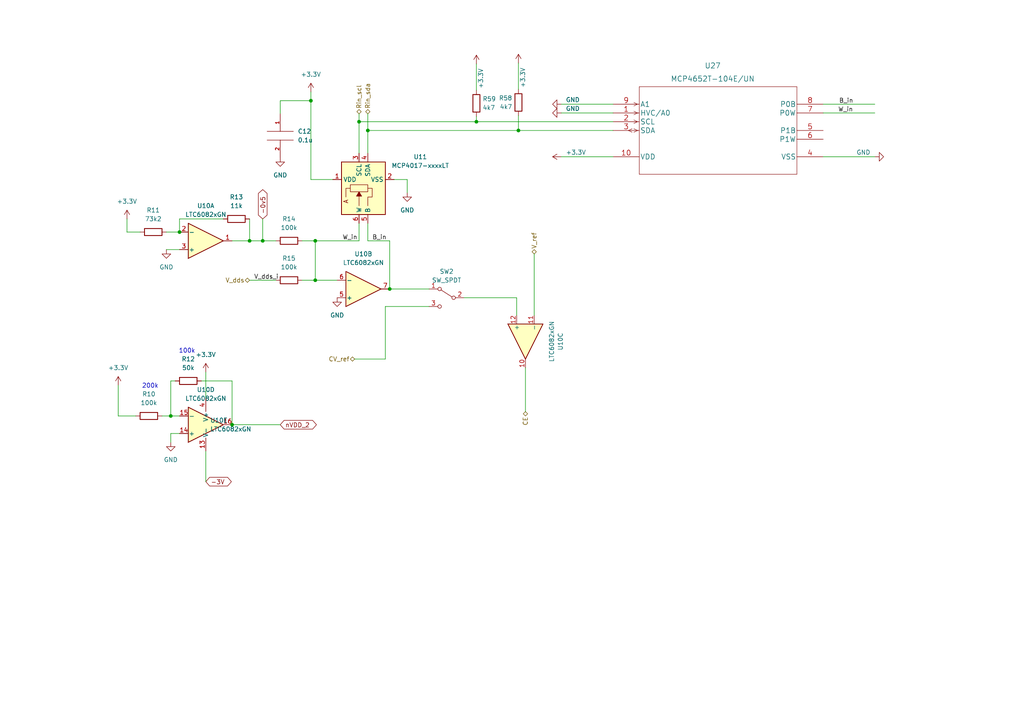
<source format=kicad_sch>
(kicad_sch (version 20211123) (generator eeschema)
  (paper "A4")
  (lib_symbols
    (symbol "Amplifier_Operational:LTC6082xGN" (pin_names (offset 0.127))
      (property "Reference" "U" (at 2.54 5.08 0))
      (property "Value" "LTC6082xGN" (at 5.08 -5.08 0))
      (symbol "LTC6082xGN_1_1"
        (polyline (pts (xy -5.08 5.08) (xy 5.08 0) (xy -5.08 -5.08) (xy -5.08 5.08)) (stroke (width 0.254)) (fill (type background)))
        (pin output line (at 7.62 0 180) (length 2.54) (name "~") (number "1"))
        (pin input line (at -7.62 -2.54 0) (length 2.54) (name "-") (number "2"))
        (pin input line (at -7.62 2.54 0) (length 2.54) (name "+") (number "3"))
        (pin no_connect line (at -2.54 -2.54 90) (length 2.54) hide (name "NC") (number "8"))
        (pin no_connect line (at 0 -2.54 90) (length 2.54) hide (name "NC") (number "9"))
      )
      (symbol "LTC6082xGN_2_1"
        (polyline (pts (xy -5.08 5.08) (xy 5.08 0) (xy -5.08 -5.08) (xy -5.08 5.08)) (stroke (width 0.254)) (fill (type background)))
        (pin input line (at -7.62 2.54 0) (length 2.54) (name "+") (number "5"))
        (pin input line (at -7.62 -2.54 0) (length 2.54) (name "-") (number "6"))
        (pin output line (at 7.62 0 180) (length 2.54) (name "~") (number "7"))
      )
      (symbol "LTC6082xGN_3_1"
        (polyline (pts (xy -5.08 5.08) (xy 5.08 0) (xy -5.08 -5.08) (xy -5.08 5.08)) (stroke (width 0.254)) (fill (type background)))
        (pin output line (at 7.62 0 180) (length 2.54) (name "~") (number "10"))
        (pin input line (at -7.62 -2.54 0) (length 2.54) (name "-") (number "11"))
        (pin input line (at -7.62 2.54 0) (length 2.54) (name "+") (number "12"))
      )
      (symbol "LTC6082xGN_4_1"
        (polyline (pts (xy -5.08 5.08) (xy 5.08 0) (xy -5.08 -5.08) (xy -5.08 5.08)) (stroke (width 0.254)) (fill (type background)))
        (pin input line (at -7.62 2.54 0) (length 2.54) (name "+") (number "14"))
        (pin input line (at -7.62 -2.54 0) (length 2.54) (name "-") (number "15"))
        (pin output line (at 7.62 0 180) (length 2.54) (name "~") (number "16"))
      )
      (symbol "LTC6082xGN_5_1"
        (pin power_in line (at -2.54 -7.62 90) (length 3.81) (name "V-") (number "13"))
        (pin power_in line (at -2.54 7.62 270) (length 3.81) (name "V+") (number "4"))
      )
    )
    (symbol "Device:R" (pin_numbers hide) (pin_names (offset 0))
      (property "Reference" "R" (at 2.032 0 90))
      (property "Value" "R" (at 0 0 90))
      (symbol "R_0_1"
        (rectangle (start -1.016 -2.54) (end 1.016 2.54) (stroke (width 0.254)))
      )
      (symbol "R_1_1"
        (pin passive line (at 0 3.81 270) (length 1.27) (name "~") (number "1"))
        (pin passive line (at 0 -3.81 90) (length 1.27) (name "~") (number "2"))
      )
    )
    (symbol "Potentiometer_Digital:MCP4017-xxxxLT"
      (property "Reference" "U" (at -7.62 8.89 0))
      (property "Value" "MCP4017-xxxxLT" (at 1.27 8.89 0))
      (symbol "MCP4017-xxxxLT_0_0"
        (polyline (pts (xy 0 5.08) (xy 0 6.35) (xy 2.54 6.35)))
        (polyline (pts (xy 5.08 0) (xy 2.54 0) (xy 2.54 -1.27) (xy 0 -1.27) (xy 0 0)))
        (text "A" (at 3.81 6.35 0) (effects (font (size 1.27 1.27))))
      )
      (symbol "MCP4017-xxxxLT_1_1"
        (rectangle (start -7.62 7.62) (end 7.62 -5.08) (stroke (width 0.254)) (fill (type background)))
        (polyline (pts (xy 5.08 2.54) (xy 2.286 2.54)))
        (polyline (pts (xy 2.286 1.778) (xy 2.286 3.302) (xy 1.016 2.54) (xy 2.286 1.778)) (fill (type outline)))
        (rectangle (start 1.016 0) (end -1.016 5.08))
        (pin power_in line (at -2.54 10.16 270) (length 2.54) (name "VDD") (number "1"))
        (pin power_in line (at -2.54 -7.62 90) (length 2.54) (name "VSS") (number "2"))
        (pin input line (at -10.16 2.54 0) (length 2.54) (name "SCL") (number "3"))
        (pin bidirectional line (at -10.16 0 0) (length 2.54) (name "SDA") (number "4"))
        (pin passive line (at 10.16 0 180) (length 2.54) (name "B") (number "5"))
        (pin passive line (at 10.16 2.54 180) (length 2.54) (name "W") (number "6"))
      )
    )
    (symbol "Switch:SW_SPDT" (pin_names (offset 0) hide)
      (property "Reference" "SW" (at 0 4.318 0))
      (property "Value" "SW_SPDT" (at 0 -5.08 0))
      (symbol "SW_SPDT_0_0"
        (circle (center -2.032 0) (radius 0.508))
        (circle (center 2.032 -2.54) (radius 0.508))
      )
      (symbol "SW_SPDT_0_1"
        (polyline (pts (xy -1.524 0.254) (xy 1.651 2.286)))
        (circle (center 2.032 2.54) (radius 0.508))
      )
      (symbol "SW_SPDT_1_1"
        (pin passive line (at 5.08 2.54 180) (length 2.54) (name "A") (number "1"))
        (pin passive line (at -5.08 0 0) (length 2.54) (name "B") (number "2"))
        (pin passive line (at 5.08 -2.54 180) (length 2.54) (name "C") (number "3"))
      )
    )
    (symbol "custom:MCP4652T-104E{slash}UN" (pin_names (offset 0.254))
      (property "Reference" "U" (at 30.48 10.16 0))
      (property "Value" "MCP4652T-104E{slash}UN" (at 30.48 7.62 0))
      (symbol "MCP4652T-104E{slash}UN_1_1"
        (polyline (pts (xy 5.5372 -8.128) (xy 4.4958 -7.62)) (stroke (width 0.127)))
        (polyline (pts (xy 5.5372 -7.112) (xy 4.4958 -7.62)) (stroke (width 0.127)))
        (polyline (pts (xy 7.112 -7.62) (xy 6.0452 -8.128)) (stroke (width 0.127)))
        (polyline (pts (xy 7.112 -7.62) (xy 6.0452 -7.112)) (stroke (width 0.127)))
        (polyline (pts (xy 7.112 -5.08) (xy 6.0452 -5.588)) (stroke (width 0.127)))
        (polyline (pts (xy 7.112 -5.08) (xy 6.0452 -4.572)) (stroke (width 0.127)))
        (polyline (pts (xy 7.112 -2.54) (xy 6.0452 -3.048)) (stroke (width 0.127)))
        (polyline (pts (xy 7.112 -2.54) (xy 6.0452 -2.032)) (stroke (width 0.127)))
        (polyline (pts (xy 7.112 0) (xy 6.0452 -0.508)) (stroke (width 0.127)))
        (polyline (pts (xy 7.112 0) (xy 6.0452 0.508)) (stroke (width 0.127)))
        (polyline (pts (xy 7.62 -20.32) (xy 53.34 -20.32)) (stroke (width 0.127)))
        (polyline (pts (xy 7.62 5.08) (xy 7.62 -20.32)) (stroke (width 0.127)))
        (polyline (pts (xy 53.34 -20.32) (xy 53.34 5.08)) (stroke (width 0.127)))
        (polyline (pts (xy 53.34 5.08) (xy 7.62 5.08)) (stroke (width 0.127)))
        (pin input line (at 0 -2.54 0) (length 7.62) (name "HVC/A0") (number "1"))
        (pin power_in line (at 0 -15.24 0) (length 7.62) (name "VDD") (number "10"))
        (pin input line (at 0 -5.08 0) (length 7.62) (name "SCL") (number "2"))
        (pin bidirectional line (at 0 -7.62 0) (length 7.62) (name "SDA") (number "3"))
        (pin power_in line (at 60.96 -15.24 180) (length 7.62) (name "VSS") (number "4"))
        (pin unspecified line (at 60.96 -7.62 180) (length 7.62) (name "P1B") (number "5"))
        (pin unspecified line (at 60.96 -10.16 180) (length 7.62) (name "P1W") (number "6"))
        (pin unspecified line (at 60.96 -2.54 180) (length 7.62) (name "P0W") (number "7"))
        (pin unspecified line (at 60.96 0 180) (length 7.62) (name "P0B") (number "8"))
        (pin input line (at 0 0 0) (length 7.62) (name "A1") (number "9"))
      )
    )
    (symbol "power:+3.3V" (power) (pin_names (offset 0))
      (property "Value" "+3.3V" (at 0 3.556 0))
      (symbol "+3.3V_0_1"
        (polyline (pts (xy -0.762 1.27) (xy 0 2.54)))
        (polyline (pts (xy 0 0) (xy 0 2.54)))
        (polyline (pts (xy 0 2.54) (xy 0.762 1.27)))
      )
      (symbol "+3.3V_1_1"
        (pin power_in line (at 0 0 90) (length 0) hide (name "+3.3V") (number "1"))
      )
    )
    (symbol "power:GND" (power) (pin_names (offset 0))
      (property "Value" "GND" (at 0 -3.81 0))
      (symbol "GND_0_1"
        (polyline (pts (xy 0 0) (xy 0 -1.27) (xy 1.27 -1.27) (xy 0 -2.54) (xy -1.27 -1.27) (xy 0 -1.27)))
      )
      (symbol "GND_1_1"
        (pin power_in line (at 0 0 270) (length 0) hide (name "GND") (number "1"))
      )
    )
    (symbol "pspice:C" (pin_names (offset 0.254))
      (property "Reference" "C" (at 2.54 3.81 90))
      (property "Value" "C" (at 2.54 -3.81 90))
      (symbol "C_0_1"
        (polyline (pts (xy -3.81 -1.27) (xy 3.81 -1.27)))
        (polyline (pts (xy -3.81 1.27) (xy 3.81 1.27)))
      )
      (symbol "C_1_1"
        (pin passive line (at 0 6.35 270) (length 5.08) (name "~") (number "1"))
        (pin passive line (at 0 -6.35 90) (length 5.08) (name "~") (number "2"))
      )
    )
  )
  (junction (at 106.68 37.846))
  (junction (at 72.39 69.85))
  (junction (at 90.17 29.21))
  (junction (at 76.2 69.85))
  (junction (at 138.176 35.306))
  (junction (at 49.53 120.65))
  (junction (at 52.07 67.31))
  (junction (at 113.03 83.82))
  (junction (at 91.44 81.28))
  (junction (at 150.368 37.846))
  (junction (at 67.31 123.19))
  (junction (at 104.14 35.306))
  (junction (at 91.44 69.85))
  (wire (pts (xy 104.14 35.306) (xy 138.176 35.306)))
  (wire (pts (xy 106.68 69.85) (xy 113.03 69.85)))
  (wire (pts (xy 150.368 33.528) (xy 150.368 37.846)))
  (wire (pts (xy 36.83 67.31) (xy 40.64 67.31)))
  (wire (pts (xy 72.39 81.28) (xy 80.01 81.28)))
  (wire (pts (xy 106.68 37.846) (xy 106.68 44.45)))
  (wire (pts (xy 134.62 86.36) (xy 149.86 86.36)))
  (wire (pts (xy 58.42 110.49) (xy 67.31 110.49)))
  (wire (pts (xy 49.53 125.73) (xy 52.07 125.73)))
  (wire (pts (xy 106.68 33.02) (xy 106.68 37.846)))
  (wire (pts (xy 97.79 81.28) (xy 91.44 81.28)))
  (wire (pts (xy 138.176 35.306) (xy 177.8 35.306)))
  (wire (pts (xy 138.176 18.542) (xy 138.176 26.162)))
  (wire (pts (xy 162.814 30.226) (xy 177.8 30.226)))
  (wire (pts (xy 104.14 33.02) (xy 104.14 35.306)))
  (wire (pts (xy 102.87 104.14) (xy 111.76 104.14)))
  (wire (pts (xy 238.76 45.466) (xy 253.746 45.466)))
  (wire (pts (xy 113.03 83.82) (xy 113.03 69.85)))
  (wire (pts (xy 76.2 63.5) (xy 76.2 69.85)))
  (wire (pts (xy 52.07 120.65) (xy 49.53 120.65)))
  (wire (pts (xy 111.76 88.9) (xy 124.46 88.9)))
  (wire (pts (xy 238.76 30.226) (xy 253.746 30.226)))
  (wire (pts (xy 162.814 45.466) (xy 177.8 45.466)))
  (wire (pts (xy 96.52 52.07) (xy 90.17 52.07)))
  (wire (pts (xy 91.44 69.85) (xy 104.14 69.85)))
  (wire (pts (xy 104.14 64.77) (xy 104.14 69.85)))
  (wire (pts (xy 49.53 128.27) (xy 49.53 125.73)))
  (wire (pts (xy 67.31 69.85) (xy 72.39 69.85)))
  (wire (pts (xy 113.03 83.82) (xy 124.46 83.82)))
  (wire (pts (xy 90.17 26.67) (xy 90.17 29.21)))
  (wire (pts (xy 149.86 86.36) (xy 149.86 91.44)))
  (wire (pts (xy 87.63 69.85) (xy 91.44 69.85)))
  (wire (pts (xy 36.83 63.5) (xy 36.83 67.31)))
  (wire (pts (xy 72.39 63.5) (xy 72.39 69.85)))
  (wire (pts (xy 34.29 111.76) (xy 34.29 120.65)))
  (wire (pts (xy 59.69 130.81) (xy 59.69 139.7)))
  (wire (pts (xy 39.37 120.65) (xy 34.29 120.65)))
  (wire (pts (xy 49.53 120.65) (xy 49.53 110.49)))
  (wire (pts (xy 48.26 72.39) (xy 52.07 72.39)))
  (wire (pts (xy 106.68 64.77) (xy 106.68 69.85)))
  (wire (pts (xy 114.3 52.07) (xy 118.11 52.07)))
  (wire (pts (xy 67.31 123.19) (xy 81.28 123.19)))
  (wire (pts (xy 72.39 69.85) (xy 76.2 69.85)))
  (wire (pts (xy 49.53 120.65) (xy 46.99 120.65)))
  (wire (pts (xy 104.14 35.306) (xy 104.14 44.45)))
  (wire (pts (xy 150.368 18.288) (xy 150.368 25.908)))
  (wire (pts (xy 150.368 37.846) (xy 177.8 37.846)))
  (wire (pts (xy 106.68 37.846) (xy 150.368 37.846)))
  (wire (pts (xy 76.2 69.85) (xy 80.01 69.85)))
  (wire (pts (xy 67.31 110.49) (xy 67.31 123.19)))
  (wire (pts (xy 48.26 67.31) (xy 52.07 67.31)))
  (wire (pts (xy 138.176 33.782) (xy 138.176 35.306)))
  (wire (pts (xy 64.77 63.5) (xy 52.07 63.5)))
  (wire (pts (xy 87.63 81.28) (xy 91.44 81.28)))
  (wire (pts (xy 162.814 32.766) (xy 177.8 32.766)))
  (wire (pts (xy 90.17 29.21) (xy 90.17 52.07)))
  (wire (pts (xy 154.94 73.66) (xy 154.94 91.44)))
  (wire (pts (xy 118.11 55.88) (xy 118.11 52.07)))
  (wire (pts (xy 81.28 33.02) (xy 81.28 29.21)))
  (wire (pts (xy 91.44 81.28) (xy 91.44 69.85)))
  (wire (pts (xy 49.53 110.49) (xy 50.8 110.49)))
  (wire (pts (xy 59.69 107.95) (xy 59.69 115.57)))
  (wire (pts (xy 111.76 88.9) (xy 111.76 104.14)))
  (wire (pts (xy 238.76 32.766) (xy 253.746 32.766)))
  (wire (pts (xy 52.07 63.5) (xy 52.07 67.31)))
  (wire (pts (xy 152.4 106.68) (xy 152.4 119.38)))
  (wire (pts (xy 81.28 29.21) (xy 90.17 29.21)))
  (text "100k" (at 51.816 102.616 0) (effects (font (size 1.27 1.27)) (justify left bottom)))
  (text "200k" (at 41.148 112.776 0) (effects (font (size 1.27 1.27)) (justify left bottom)))
  (label "B_in" (at 107.95 69.85 0))
  (label "V_dds_i" (at 73.66 81.28 0))
  (label "W_in" (at 243.078 32.766 0))
  (label "W_in" (at 99.314 69.85 0))
  (label "B_in" (at 243.332 30.226 0))
  (global_label "-3V" (shape bidirectional) (at 59.69 139.7 0) (property "Intersheet References" "${INTERSHEET_REFS}" (effects hide)))
  (global_label "nVDD_2" (shape bidirectional) (at 81.28 123.19 0) (property "Intersheet References" "${INTERSHEET_REFS}" (effects hide)))
  (global_label "-0v5" (shape bidirectional) (at 76.2 63.5 90) (property "Intersheet References" "${INTERSHEET_REFS}" (effects hide)))
  (hierarchical_label "CV_ref" (shape bidirectional) (at 102.87 104.14 180))
  (hierarchical_label "V_ref" (shape bidirectional) (at 154.94 73.66 90))
  (hierarchical_label "CE" (shape bidirectional) (at 152.4 119.38 270))
  (hierarchical_label "V_dds" (shape bidirectional) (at 72.39 81.28 180))
  (hierarchical_label "Rin_scl" (shape bidirectional) (at 104.14 33.02 90))
  (hierarchical_label "Rin_sda" (shape bidirectional) (at 106.68 33.02 90))
  (symbol (lib_id "Potentiometer_Digital:MCP4017-xxxxLT") (at 106.68 54.61 90) (mirror x) (unit 1)
    (property "Reference" "U11" (at 121.92 45.4912 90))
    (property "Value" "MCP4017-xxxxLT" (at 121.92 48.0312 90))
    (property "Footprint" "Package_TO_SOT_SMD:SOT-363_SC-70-6" (effects hide))
    (property "Datasheet" "http://ww1.microchip.com/downloads/en/DeviceDoc/22147a.pdf" (effects hide))
  )
  (symbol (lib_id "Amplifier_Operational:LTC6082xGN") (at 62.23 123.19 0) (unit 5)
    (property "Reference" "U10" (at 60.96 121.9199 0) (effects (justify left)))
    (property "Value" "LTC6082xGN" (at 60.96 124.4599 0) (effects (justify left)))
    (property "Footprint" "Package_SO:SSOP-16_3.9x4.9mm_P0.635mm" (effects hide))
    (property "Datasheet" "https://www.analog.com/media/en/technical-documentation/data-sheets/60812fd.pdf" (effects hide))
  )
  (symbol (lib_id "power:GND") (at 162.814 32.766 270) (unit 1)
    (property "Reference" "#PWR0197" (effects hide))
    (property "Value" "GND" (at 164.084 31.496 90) (effects (justify left)))
  )
  (symbol (lib_id "power:GND") (at 118.11 55.88 0) (unit 1)
    (property "Reference" "#PWR074" (effects hide))
    (property "Value" "GND" (at 118.11 60.96 0))
  )
  (symbol (lib_id "Amplifier_Operational:LTC6082xGN") (at 59.69 69.85 0) (mirror x) (unit 1)
    (property "Reference" "U10" (at 59.69 59.69 0))
    (property "Value" "LTC6082xGN" (at 59.69 62.23 0))
    (property "Footprint" "Package_SO:SSOP-16_3.9x4.9mm_P0.635mm" (effects hide))
    (property "Datasheet" "https://www.analog.com/media/en/technical-documentation/data-sheets/60812fd.pdf" (effects hide))
  )
  (symbol (lib_id "power:+3.3V") (at 59.69 107.95 0) (unit 1)
    (property "Reference" "#PWR0120" (effects hide))
    (property "Value" "+3.3V" (at 59.69 102.87 0))
  )
  (symbol (lib_id "power:+3.3V") (at 36.83 63.5 0) (unit 1)
    (property "Reference" "#PWR0114" (effects hide))
    (property "Value" "+3.3V" (at 36.83 58.42 0))
  )
  (symbol (lib_id "Device:R") (at 44.45 67.31 90) (unit 1)
    (property "Reference" "R11" (at 44.45 60.96 90))
    (property "Value" "73k2" (at 44.45 63.5 90))
    (property "Footprint" "Resistor_SMD:R_0805_2012Metric_Pad1.20x1.40mm_HandSolder" (effects hide))
  )
  (symbol (lib_id "power:GND") (at 48.26 72.39 0) (unit 1)
    (property "Reference" "#PWR068" (effects hide))
    (property "Value" "GND" (at 48.26 77.47 0))
  )
  (symbol (lib_id "Device:R") (at 83.82 69.85 90) (unit 1)
    (property "Reference" "R14" (at 83.82 63.5 90))
    (property "Value" "100k" (at 83.82 66.04 90))
    (property "Footprint" "Resistor_SMD:R_0805_2012Metric_Pad1.20x1.40mm_HandSolder" (effects hide))
  )
  (symbol (lib_id "power:GND") (at 162.814 30.226 270) (unit 1)
    (property "Reference" "#PWR0196" (effects hide))
    (property "Value" "GND" (at 164.084 28.956 90) (effects (justify left)))
  )
  (symbol (lib_id "power:GND") (at 81.28 45.72 0) (unit 1)
    (property "Reference" "#PWR071" (effects hide))
    (property "Value" "GND" (at 81.28 50.8 0))
  )
  (symbol (lib_id "Device:R") (at 83.82 81.28 90) (unit 1)
    (property "Reference" "R15" (at 83.82 74.93 90))
    (property "Value" "100k" (at 83.82 77.47 90))
    (property "Footprint" "Resistor_SMD:R_0805_2012Metric_Pad1.20x1.40mm_HandSolder" (effects hide))
  )
  (symbol (lib_id "power:GND") (at 253.746 45.466 90) (mirror x) (unit 1)
    (property "Reference" "#PWR0199" (effects hide))
    (property "Value" "GND" (at 252.476 44.196 90) (effects (justify left)))
  )
  (symbol (lib_id "pspice:C") (at 81.28 39.37 0) (unit 1)
    (property "Reference" "C12" (at 86.36 38.0999 0) (effects (justify left)))
    (property "Value" "0.1u" (at 86.36 40.6399 0) (effects (justify left)))
    (property "Footprint" "Capacitor_SMD:C_0805_2012Metric_Pad1.18x1.45mm_HandSolder" (effects hide))
  )
  (symbol (lib_id "Device:R") (at 68.58 63.5 90) (unit 1)
    (property "Reference" "R13" (at 68.58 57.15 90))
    (property "Value" "11k" (at 68.58 59.69 90))
    (property "Footprint" "Resistor_SMD:R_0805_2012Metric_Pad1.20x1.40mm_HandSolder" (effects hide))
  )
  (symbol (lib_id "power:+3.3V") (at 34.29 111.76 0) (unit 1)
    (property "Reference" "#PWR0126" (effects hide))
    (property "Value" "+3.3V" (at 34.29 106.68 0))
  )
  (symbol (lib_id "power:+3.3V") (at 90.17 26.67 0) (unit 1)
    (property "Reference" "#PWR0156" (effects hide))
    (property "Value" "+3.3V" (at 90.17 21.59 0))
  )
  (symbol (lib_id "Amplifier_Operational:LTC6082xGN") (at 152.4 99.06 90) (mirror x) (unit 3)
    (property "Reference" "U10" (at 162.56 99.06 0))
    (property "Value" "LTC6082xGN" (at 160.02 99.06 0))
    (property "Footprint" "Package_SO:SSOP-16_3.9x4.9mm_P0.635mm" (effects hide))
    (property "Datasheet" "https://www.analog.com/media/en/technical-documentation/data-sheets/60812fd.pdf" (effects hide))
  )
  (symbol (lib_id "custom:MCP4652T-104E{slash}UN") (at 177.8 30.226 0) (unit 1)
    (property "Reference" "U27" (at 206.7179 19.05 0) (effects (font (size 1.524 1.524))))
    (property "Value" "MCP4652T-104E/UN" (at 206.7179 22.86 0) (effects (font (size 1.524 1.524))))
    (property "Footprint" "custom:MCP4652T-104E&slash_UN" (effects hide))
  )
  (symbol (lib_id "power:GND") (at 49.53 128.27 0) (unit 1)
    (property "Reference" "#PWR069" (effects hide))
    (property "Value" "GND" (at 49.53 133.35 0))
  )
  (symbol (lib_id "Device:R") (at 150.368 29.718 0) (mirror x) (unit 1)
    (property "Reference" "R58" (at 148.59 28.4479 0) (effects (justify right)))
    (property "Value" "4k7" (at 148.59 30.9879 0) (effects (justify right)))
    (property "Footprint" "Resistor_SMD:R_0805_2012Metric_Pad1.20x1.40mm_HandSolder" (effects hide))
  )
  (symbol (lib_id "Device:R") (at 43.18 120.65 90) (unit 1)
    (property "Reference" "R10" (at 43.18 114.3 90))
    (property "Value" "100k" (at 43.18 116.84 90))
    (property "Footprint" "Resistor_SMD:R_0805_2012Metric_Pad1.20x1.40mm_HandSolder" (effects hide))
  )
  (symbol (lib_id "Device:R") (at 54.61 110.49 90) (unit 1)
    (property "Reference" "R12" (at 54.61 104.14 90))
    (property "Value" "50k" (at 54.61 106.68 90))
    (property "Footprint" "Resistor_SMD:R_0805_2012Metric_Pad1.20x1.40mm_HandSolder" (effects hide))
  )
  (symbol (lib_id "Amplifier_Operational:LTC6082xGN") (at 59.69 123.19 0) (mirror x) (unit 4)
    (property "Reference" "U10" (at 59.69 113.03 0))
    (property "Value" "LTC6082xGN" (at 59.69 115.57 0))
    (property "Footprint" "Package_SO:SSOP-16_3.9x4.9mm_P0.635mm" (effects hide))
    (property "Datasheet" "https://www.analog.com/media/en/technical-documentation/data-sheets/60812fd.pdf" (effects hide))
  )
  (symbol (lib_id "Device:R") (at 138.176 29.972 180) (unit 1)
    (property "Reference" "R59" (at 139.954 28.7019 0) (effects (justify right)))
    (property "Value" "4k7" (at 139.954 31.2419 0) (effects (justify right)))
    (property "Footprint" "Resistor_SMD:R_0805_2012Metric_Pad1.20x1.40mm_HandSolder" (effects hide))
  )
  (symbol (lib_id "power:+3.3V") (at 138.176 18.542 0) (unit 1)
    (property "Reference" "#PWR0200" (effects hide))
    (property "Value" "+3.3V" (at 139.446 19.812 90) (effects (justify right)))
  )
  (symbol (lib_id "Amplifier_Operational:LTC6082xGN") (at 105.41 83.82 0) (mirror x) (unit 2)
    (property "Reference" "U10" (at 105.41 73.66 0))
    (property "Value" "LTC6082xGN" (at 105.41 76.2 0))
    (property "Footprint" "Package_SO:SSOP-16_3.9x4.9mm_P0.635mm" (effects hide))
    (property "Datasheet" "https://www.analog.com/media/en/technical-documentation/data-sheets/60812fd.pdf" (effects hide))
  )
  (symbol (lib_id "Switch:SW_SPDT") (at 129.54 86.36 0) (mirror y) (unit 1)
    (property "Reference" "SW2" (at 129.54 78.74 0))
    (property "Value" "SW_SPDT" (at 129.54 81.28 0))
    (property "Footprint" "custom:JS102011SCQN" (effects hide))
  )
  (symbol (lib_id "power:GND") (at 97.79 86.36 0) (unit 1)
    (property "Reference" "#PWR073" (effects hide))
    (property "Value" "GND" (at 97.79 91.44 0))
  )
  (symbol (lib_id "power:+3.3V") (at 162.814 45.466 90) (unit 1)
    (property "Reference" "#PWR0198" (effects hide))
    (property "Value" "+3.3V" (at 164.084 44.196 90) (effects (justify right)))
  )
  (symbol (lib_id "power:+3.3V") (at 150.368 18.288 0) (unit 1)
    (property "Reference" "#PWR0201" (effects hide))
    (property "Value" "+3.3V" (at 151.638 19.558 90) (effects (justify right)))
  )
)
</source>
